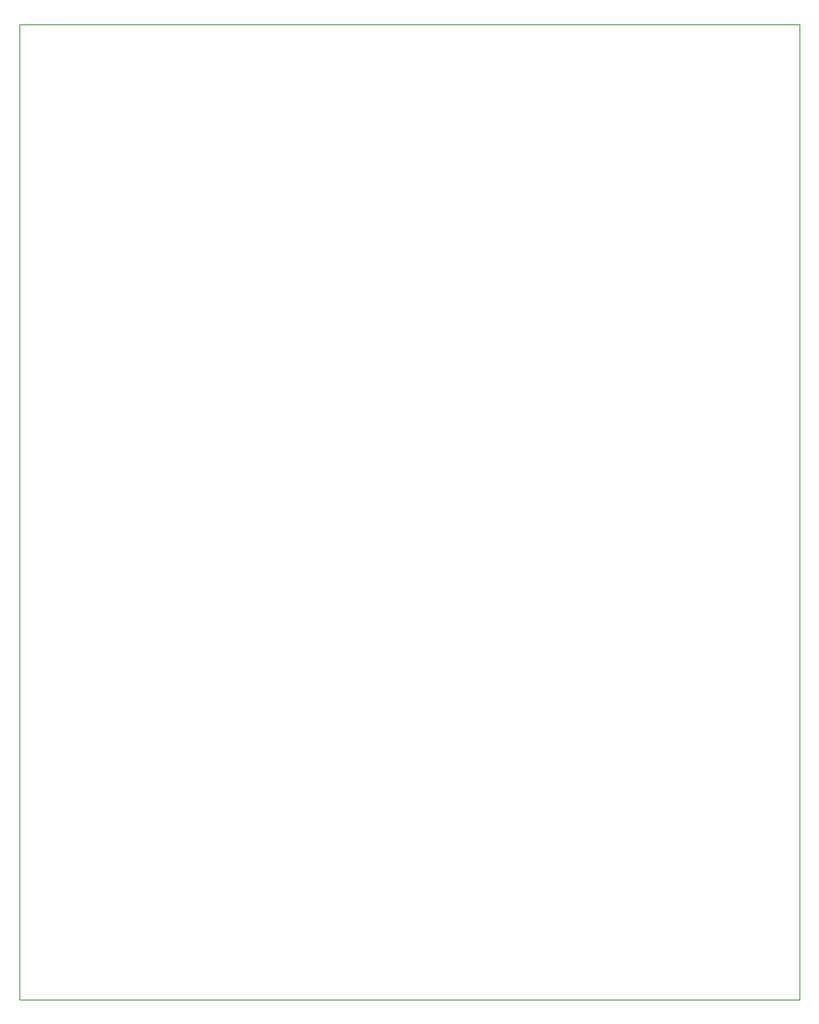
<source format=gbr>
%TF.GenerationSoftware,Altium Limited,Altium Designer,19.1.7 (138)*%
G04 Layer_Color=0*
%FSLAX26Y26*%
%MOIN*%
%TF.FileFunction,Profile,NP*%
%TF.Part,Single*%
G01*
G75*
%TA.AperFunction,Profile*%
%ADD74C,0.001000*%
D74*
X0Y0D02*
X-0Y4000000D01*
X3200000Y4000000D01*
X3200000Y0D01*
X0D01*
%TF.MD5,f6c3869ceb5ff4b3ac8da2256b671a76*%
M02*

</source>
